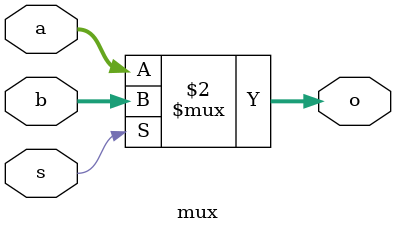
<source format=v>
module mux (a,b,s,o);
input s;
input [0:31] a,b;
output [0:31] o;
assign o = (s == 1'b0) ? a : b;
endmodule

</source>
